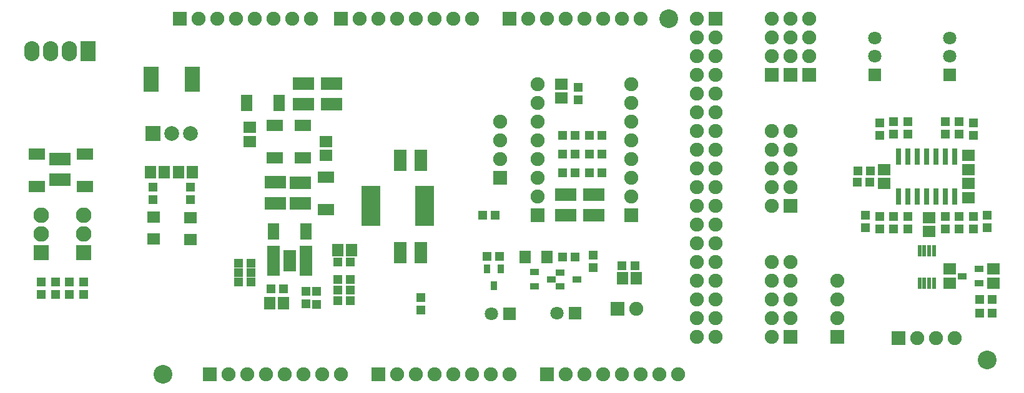
<source format=gbr>
G04 DipTrace 2.4.0.2*
%INTopMask.gbr*%
%MOIN*%
%ADD35C,0.1*%
%ADD39R,0.0709X0.0709*%
%ADD40C,0.0709*%
%ADD49R,0.0748X0.0748*%
%ADD50C,0.0748*%
%ADD62R,0.0237X0.0631*%
%ADD64R,0.0316X0.0867*%
%ADD66R,0.071X0.0198*%
%ADD69R,0.0789X0.134*%
%ADD71C,0.0828*%
%ADD72R,0.0828X0.0828*%
%ADD73R,0.0493X0.0336*%
%ADD75R,0.0336X0.0493*%
%ADD77R,0.1033X0.2182*%
%ADD79O,0.0828X0.1064*%
%ADD81R,0.0828X0.1064*%
%ADD85C,0.0789*%
%ADD86R,0.0789X0.0789*%
%ADD88C,0.058*%
%ADD90R,0.0631X0.071*%
%ADD92R,0.071X0.0631*%
%ADD94R,0.0907X0.0631*%
%ADD96R,0.0631X0.0907*%
%ADD98R,0.1143X0.071*%
%ADD100R,0.0671X0.0592*%
%ADD102R,0.0474X0.0513*%
%ADD104R,0.071X0.1143*%
%ADD106R,0.0592X0.0671*%
%ADD108R,0.0513X0.0474*%
%FSLAX44Y44*%
G04*
G70*
G90*
G75*
G01*
%LNTopMask*%
%LPD*%
D108*
X17812Y6063D3*
X18482D3*
X18500Y4937D3*
X17831D3*
D106*
X14171Y4812D3*
X14919D3*
D104*
X22250Y7500D3*
X21148D3*
X22250Y12437D3*
X21148D3*
D106*
X17812Y7625D3*
X18561D3*
D102*
X16686Y4749D3*
Y5419D3*
D100*
X13125Y13438D3*
Y14186D3*
D98*
X14500Y11250D3*
Y10148D3*
X15821Y11239D3*
Y10136D3*
D106*
X7813Y11814D3*
X8561D3*
D98*
X16000Y15438D3*
Y16540D3*
X17500Y15438D3*
Y16540D3*
D106*
X10064Y11814D3*
X9316D3*
D100*
X17187Y13437D3*
Y12689D3*
D102*
X46750Y8750D3*
Y9419D3*
D100*
X52812Y5875D3*
Y6623D3*
D102*
X47500Y14500D3*
Y13831D3*
X51750Y8750D3*
Y9419D3*
X51000Y14500D3*
Y13831D3*
D100*
X49375Y8625D3*
Y9373D3*
X50500Y5875D3*
Y6623D3*
X51500Y12687D3*
Y11939D3*
Y11187D3*
Y10439D3*
X47000Y11187D3*
Y11936D3*
X29750Y15750D3*
Y16498D3*
D98*
X31500Y9500D3*
Y10602D3*
X30000Y9500D3*
Y10602D3*
X3000Y12500D3*
Y11398D3*
D106*
X33002Y6125D3*
X33750D3*
D96*
X14375Y8625D3*
X16107D3*
D94*
X14437Y12562D3*
Y14295D3*
D96*
X12946Y15509D3*
X14679D3*
D92*
X7972Y9403D3*
Y8222D3*
X9937Y8187D3*
Y9368D3*
D94*
X17187Y9812D3*
Y11545D3*
X15937Y12563D3*
Y14295D3*
D90*
X29000Y7250D3*
X27819D3*
D94*
X1750Y12750D3*
Y11018D3*
X4312Y12750D3*
Y11018D3*
D102*
X22250Y4437D3*
Y5107D3*
D108*
X52750Y4250D3*
X52081D3*
X25562Y9500D3*
X26232D3*
D35*
X35500Y20000D3*
D88*
D3*
D35*
X8500Y1000D3*
D88*
D3*
D35*
X52500Y1750D3*
D88*
D3*
D49*
X11000Y1000D3*
D50*
X12000D3*
X13000D3*
X14000D3*
X15000D3*
X16000D3*
X17000D3*
X18000D3*
D49*
X9400Y20000D3*
D50*
X10400D3*
X11400D3*
X12400D3*
X13400D3*
X14400D3*
X15400D3*
X16400D3*
D49*
X38000D3*
D50*
X37000D3*
X38000Y19000D3*
X37000D3*
X38000Y18000D3*
X37000D3*
X38000Y17000D3*
X37000D3*
X38000Y16000D3*
X37000D3*
X38000Y15000D3*
X37000D3*
X38000Y14000D3*
X37000D3*
X38000Y13000D3*
X37000D3*
X38000Y12000D3*
X37000D3*
X38000Y11000D3*
X37000D3*
X38000Y10000D3*
X37000D3*
X38000Y9000D3*
X37000D3*
X38000Y8000D3*
X37000D3*
X38000Y7000D3*
X37000D3*
X38000Y6000D3*
X37000D3*
X38000Y5000D3*
X37000D3*
X38000Y4000D3*
X37000D3*
X38000Y3000D3*
X37000D3*
D49*
X20000Y1000D3*
D50*
X21000D3*
X22000D3*
X23000D3*
X24000D3*
X25000D3*
X26000D3*
X27000D3*
D49*
X18000Y20000D3*
D50*
X19000D3*
X20000D3*
X21000D3*
X22000D3*
X23000D3*
X24000D3*
X25000D3*
D49*
X42000Y10000D3*
D50*
X41000D3*
X42000Y11000D3*
X41000D3*
X42000Y12000D3*
X41000D3*
X42000Y13000D3*
X41000D3*
X42000Y14000D3*
X41000D3*
D49*
X29000Y1000D3*
D50*
X30000D3*
X31000D3*
X32000D3*
X33000D3*
X34000D3*
X35000D3*
X36000D3*
D49*
X27000Y20000D3*
D50*
X28000D3*
X29000D3*
X30000D3*
X31000D3*
X32000D3*
X33000D3*
X34000D3*
D49*
X42000Y3000D3*
D50*
X41000D3*
X42000Y4000D3*
X41000D3*
X42000Y5000D3*
X41000D3*
X42000Y6000D3*
X41000D3*
X42000Y7000D3*
X41000D3*
D49*
X44500Y3000D3*
D50*
Y4000D3*
Y5000D3*
Y6000D3*
D49*
X41000Y17000D3*
D50*
Y18000D3*
Y19000D3*
Y20000D3*
D49*
X42000Y17000D3*
D50*
Y18000D3*
Y19000D3*
Y20000D3*
D49*
X43000Y17000D3*
D50*
Y18000D3*
Y19000D3*
Y20000D3*
D86*
X7937Y13875D3*
D85*
X8937D3*
X9937D3*
D39*
X46500Y17000D3*
D40*
Y17984D3*
Y18969D3*
D39*
X50500Y17000D3*
D40*
Y17984D3*
Y18969D3*
D49*
X47750Y2937D3*
D50*
X48750D3*
X49750D3*
X50750D3*
D49*
X26500Y11500D3*
D50*
Y12500D3*
Y13500D3*
Y14500D3*
D49*
X33500Y9500D3*
D50*
Y10500D3*
Y11500D3*
Y12500D3*
Y13500D3*
Y14500D3*
Y15500D3*
Y16500D3*
D49*
X28500Y9500D3*
D50*
Y10500D3*
Y11500D3*
Y12500D3*
Y13500D3*
Y14500D3*
Y15500D3*
Y16500D3*
D39*
X26995Y4243D3*
D40*
X26011D3*
D39*
X30500Y4250D3*
D40*
X29516D3*
D81*
X4500Y18250D3*
D79*
X3500D3*
X2500D3*
X1500D3*
D49*
X32750Y4500D3*
D50*
X33750D3*
D77*
X22437Y10000D3*
X19587D3*
D75*
X26517Y6642D3*
X25769D3*
X26143Y5736D3*
D73*
X29691Y6438D3*
Y5690D3*
X30596Y6064D3*
X28304Y6451D3*
Y5703D3*
X29209Y6077D3*
D72*
X2000Y7500D3*
D71*
Y8500D3*
Y9500D3*
D72*
X4250Y7500D3*
D71*
Y8500D3*
Y9500D3*
D108*
X26440Y7313D3*
X25771D3*
X14250Y5562D3*
X14919D3*
X18500Y5500D3*
X17831D3*
X13187Y5937D3*
X12518D3*
X17812Y7000D3*
X18482D3*
X13187Y6437D3*
X12518D3*
X13187Y6937D3*
X12518D3*
D102*
X16125Y4750D3*
Y5419D3*
X7938Y11001D3*
Y10332D3*
X9939Y11001D3*
Y10332D3*
D69*
X10040Y16773D3*
X7835D3*
D108*
X52081Y5000D3*
X52750D3*
D102*
X47500Y8750D3*
Y9419D3*
X46000Y9500D3*
Y8831D3*
X46750Y13750D3*
Y14419D3*
X48250Y8750D3*
Y9419D3*
Y14500D3*
Y13831D3*
X51000Y8750D3*
Y9419D3*
X52500Y9498D3*
Y8829D3*
X51750Y13750D3*
Y14419D3*
X50250Y8750D3*
Y9419D3*
Y14500D3*
Y13831D3*
D108*
X46250Y11875D3*
X45581D3*
X45562Y11250D3*
X46232D3*
D102*
X30665Y16335D3*
Y15665D3*
D108*
X30500Y11750D3*
X29831D3*
X30500Y12750D3*
X29831D3*
X30500Y13750D3*
X29831D3*
X31250Y11750D3*
X31919D3*
X31250Y12750D3*
X31919D3*
X31250Y13750D3*
X31919D3*
X30500Y7250D3*
X29831D3*
D102*
X31441Y7357D3*
Y6688D3*
X2000Y5250D3*
Y5919D3*
X4250Y5250D3*
Y5919D3*
D108*
X33000Y6812D3*
X33669D3*
D102*
X2750Y5250D3*
Y5919D3*
X3500Y5250D3*
Y5919D3*
D66*
X16124Y6374D3*
Y6571D3*
Y6768D3*
Y6965D3*
Y7162D3*
Y7359D3*
Y7556D3*
Y7752D3*
X14391D3*
Y7556D3*
Y7359D3*
Y7162D3*
Y6965D3*
Y6768D3*
Y6571D3*
Y6374D3*
D104*
X15258Y7063D3*
D73*
X52062Y5875D3*
Y6623D3*
X51157Y6249D3*
D64*
X47750Y10500D3*
X48250D3*
X48750D3*
X49250D3*
X49750D3*
X50250D3*
X50750D3*
Y12626D3*
X50250D3*
X49750D3*
X49250D3*
X48750D3*
X48250D3*
X47750D3*
D62*
X48875Y5875D3*
X49131D3*
X49387D3*
X49643D3*
Y7607D3*
X49387D3*
X49131D3*
X48875D3*
M02*

</source>
